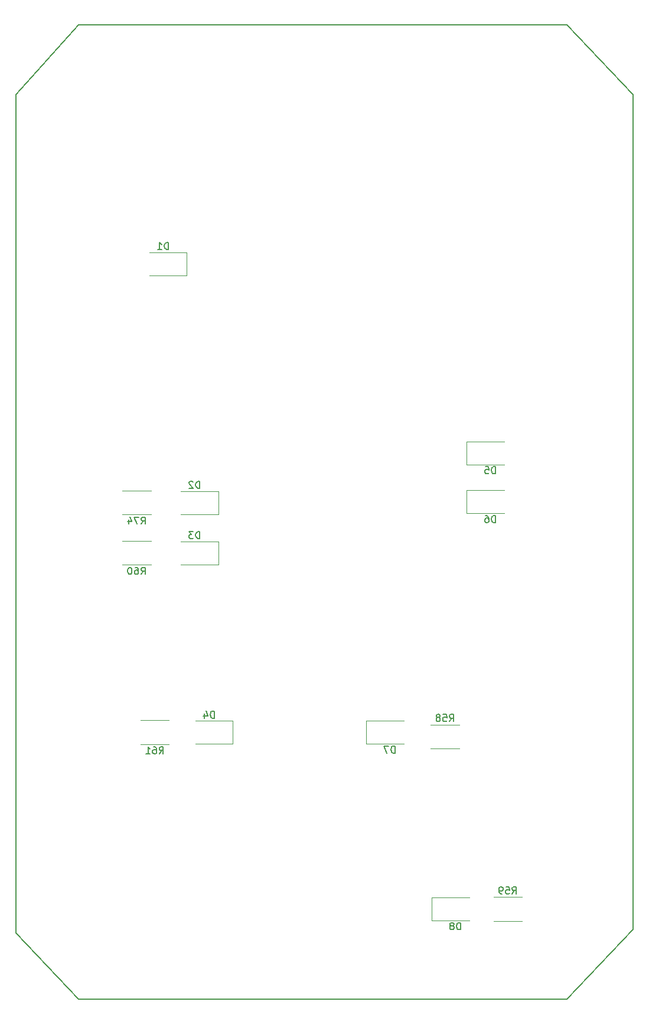
<source format=gbr>
G04 #@! TF.GenerationSoftware,KiCad,Pcbnew,(5.1.0)-1*
G04 #@! TF.CreationDate,2019-05-23T14:19:01+02:00*
G04 #@! TF.ProjectId,relay_card,72656c61-795f-4636-9172-642e6b696361,rev?*
G04 #@! TF.SameCoordinates,Original*
G04 #@! TF.FileFunction,Legend,Bot*
G04 #@! TF.FilePolarity,Positive*
%FSLAX46Y46*%
G04 Gerber Fmt 4.6, Leading zero omitted, Abs format (unit mm)*
G04 Created by KiCad (PCBNEW (5.1.0)-1) date 2019-05-23 14:19:01*
%MOMM*%
%LPD*%
G04 APERTURE LIST*
%ADD10C,0.150000*%
%ADD11C,0.120000*%
G04 APERTURE END LIST*
D10*
X160000000Y-29900000D02*
X169500000Y-39900000D01*
X90000000Y-169400000D02*
X81000000Y-159900000D01*
X160000000Y-169400000D02*
X169500000Y-159400000D01*
X90000000Y-29900000D02*
X81000000Y-39900000D01*
X160000000Y-29900000D02*
X90000000Y-29900000D01*
X169500000Y-159400000D02*
X169500000Y-39900000D01*
X90000000Y-169400000D02*
X160000000Y-169400000D01*
X81000000Y-39900000D02*
X81000000Y-159900000D01*
D11*
X96247936Y-96590000D02*
X100352064Y-96590000D01*
X96247936Y-100010000D02*
X100352064Y-100010000D01*
X98847936Y-129490000D02*
X102952064Y-129490000D01*
X98847936Y-132910000D02*
X102952064Y-132910000D01*
X96247936Y-103790000D02*
X100352064Y-103790000D01*
X96247936Y-107210000D02*
X100352064Y-107210000D01*
X153552064Y-158210000D02*
X149447936Y-158210000D01*
X153552064Y-154790000D02*
X149447936Y-154790000D01*
X144552064Y-133510000D02*
X140447936Y-133510000D01*
X144552064Y-130090000D02*
X140447936Y-130090000D01*
X112100000Y-129550000D02*
X106700000Y-129550000D01*
X112100000Y-132850000D02*
X106700000Y-132850000D01*
X112100000Y-129550000D02*
X112100000Y-132850000D01*
X110000000Y-103850000D02*
X104600000Y-103850000D01*
X110000000Y-107150000D02*
X104600000Y-107150000D01*
X110000000Y-103850000D02*
X110000000Y-107150000D01*
X110000000Y-96650000D02*
X104600000Y-96650000D01*
X110000000Y-99950000D02*
X104600000Y-99950000D01*
X110000000Y-96650000D02*
X110000000Y-99950000D01*
X140600000Y-158150000D02*
X146000000Y-158150000D01*
X140600000Y-154850000D02*
X146000000Y-154850000D01*
X140600000Y-158150000D02*
X140600000Y-154850000D01*
X145600000Y-99850000D02*
X151000000Y-99850000D01*
X145600000Y-96550000D02*
X151000000Y-96550000D01*
X145600000Y-99850000D02*
X145600000Y-96550000D01*
X145600000Y-92850000D02*
X151000000Y-92850000D01*
X145600000Y-89550000D02*
X151000000Y-89550000D01*
X145600000Y-92850000D02*
X145600000Y-89550000D01*
X105500000Y-62450000D02*
X100100000Y-62450000D01*
X105500000Y-65750000D02*
X100100000Y-65750000D01*
X105500000Y-62450000D02*
X105500000Y-65750000D01*
X131200000Y-132850000D02*
X136600000Y-132850000D01*
X131200000Y-129550000D02*
X136600000Y-129550000D01*
X131200000Y-132850000D02*
X131200000Y-129550000D01*
D10*
X98942857Y-101372380D02*
X99276190Y-100896190D01*
X99514285Y-101372380D02*
X99514285Y-100372380D01*
X99133333Y-100372380D01*
X99038095Y-100420000D01*
X98990476Y-100467619D01*
X98942857Y-100562857D01*
X98942857Y-100705714D01*
X98990476Y-100800952D01*
X99038095Y-100848571D01*
X99133333Y-100896190D01*
X99514285Y-100896190D01*
X98609523Y-100372380D02*
X97942857Y-100372380D01*
X98371428Y-101372380D01*
X97133333Y-100705714D02*
X97133333Y-101372380D01*
X97371428Y-100324761D02*
X97609523Y-101039047D01*
X96990476Y-101039047D01*
X101542857Y-134272380D02*
X101876190Y-133796190D01*
X102114285Y-134272380D02*
X102114285Y-133272380D01*
X101733333Y-133272380D01*
X101638095Y-133320000D01*
X101590476Y-133367619D01*
X101542857Y-133462857D01*
X101542857Y-133605714D01*
X101590476Y-133700952D01*
X101638095Y-133748571D01*
X101733333Y-133796190D01*
X102114285Y-133796190D01*
X100685714Y-133272380D02*
X100876190Y-133272380D01*
X100971428Y-133320000D01*
X101019047Y-133367619D01*
X101114285Y-133510476D01*
X101161904Y-133700952D01*
X101161904Y-134081904D01*
X101114285Y-134177142D01*
X101066666Y-134224761D01*
X100971428Y-134272380D01*
X100780952Y-134272380D01*
X100685714Y-134224761D01*
X100638095Y-134177142D01*
X100590476Y-134081904D01*
X100590476Y-133843809D01*
X100638095Y-133748571D01*
X100685714Y-133700952D01*
X100780952Y-133653333D01*
X100971428Y-133653333D01*
X101066666Y-133700952D01*
X101114285Y-133748571D01*
X101161904Y-133843809D01*
X99638095Y-134272380D02*
X100209523Y-134272380D01*
X99923809Y-134272380D02*
X99923809Y-133272380D01*
X100019047Y-133415238D01*
X100114285Y-133510476D01*
X100209523Y-133558095D01*
X98942857Y-108572380D02*
X99276190Y-108096190D01*
X99514285Y-108572380D02*
X99514285Y-107572380D01*
X99133333Y-107572380D01*
X99038095Y-107620000D01*
X98990476Y-107667619D01*
X98942857Y-107762857D01*
X98942857Y-107905714D01*
X98990476Y-108000952D01*
X99038095Y-108048571D01*
X99133333Y-108096190D01*
X99514285Y-108096190D01*
X98085714Y-107572380D02*
X98276190Y-107572380D01*
X98371428Y-107620000D01*
X98419047Y-107667619D01*
X98514285Y-107810476D01*
X98561904Y-108000952D01*
X98561904Y-108381904D01*
X98514285Y-108477142D01*
X98466666Y-108524761D01*
X98371428Y-108572380D01*
X98180952Y-108572380D01*
X98085714Y-108524761D01*
X98038095Y-108477142D01*
X97990476Y-108381904D01*
X97990476Y-108143809D01*
X98038095Y-108048571D01*
X98085714Y-108000952D01*
X98180952Y-107953333D01*
X98371428Y-107953333D01*
X98466666Y-108000952D01*
X98514285Y-108048571D01*
X98561904Y-108143809D01*
X97371428Y-107572380D02*
X97276190Y-107572380D01*
X97180952Y-107620000D01*
X97133333Y-107667619D01*
X97085714Y-107762857D01*
X97038095Y-107953333D01*
X97038095Y-108191428D01*
X97085714Y-108381904D01*
X97133333Y-108477142D01*
X97180952Y-108524761D01*
X97276190Y-108572380D01*
X97371428Y-108572380D01*
X97466666Y-108524761D01*
X97514285Y-108477142D01*
X97561904Y-108381904D01*
X97609523Y-108191428D01*
X97609523Y-107953333D01*
X97561904Y-107762857D01*
X97514285Y-107667619D01*
X97466666Y-107620000D01*
X97371428Y-107572380D01*
X152142857Y-154332380D02*
X152476190Y-153856190D01*
X152714285Y-154332380D02*
X152714285Y-153332380D01*
X152333333Y-153332380D01*
X152238095Y-153380000D01*
X152190476Y-153427619D01*
X152142857Y-153522857D01*
X152142857Y-153665714D01*
X152190476Y-153760952D01*
X152238095Y-153808571D01*
X152333333Y-153856190D01*
X152714285Y-153856190D01*
X151238095Y-153332380D02*
X151714285Y-153332380D01*
X151761904Y-153808571D01*
X151714285Y-153760952D01*
X151619047Y-153713333D01*
X151380952Y-153713333D01*
X151285714Y-153760952D01*
X151238095Y-153808571D01*
X151190476Y-153903809D01*
X151190476Y-154141904D01*
X151238095Y-154237142D01*
X151285714Y-154284761D01*
X151380952Y-154332380D01*
X151619047Y-154332380D01*
X151714285Y-154284761D01*
X151761904Y-154237142D01*
X150714285Y-154332380D02*
X150523809Y-154332380D01*
X150428571Y-154284761D01*
X150380952Y-154237142D01*
X150285714Y-154094285D01*
X150238095Y-153903809D01*
X150238095Y-153522857D01*
X150285714Y-153427619D01*
X150333333Y-153380000D01*
X150428571Y-153332380D01*
X150619047Y-153332380D01*
X150714285Y-153380000D01*
X150761904Y-153427619D01*
X150809523Y-153522857D01*
X150809523Y-153760952D01*
X150761904Y-153856190D01*
X150714285Y-153903809D01*
X150619047Y-153951428D01*
X150428571Y-153951428D01*
X150333333Y-153903809D01*
X150285714Y-153856190D01*
X150238095Y-153760952D01*
X143142857Y-129632380D02*
X143476190Y-129156190D01*
X143714285Y-129632380D02*
X143714285Y-128632380D01*
X143333333Y-128632380D01*
X143238095Y-128680000D01*
X143190476Y-128727619D01*
X143142857Y-128822857D01*
X143142857Y-128965714D01*
X143190476Y-129060952D01*
X143238095Y-129108571D01*
X143333333Y-129156190D01*
X143714285Y-129156190D01*
X142238095Y-128632380D02*
X142714285Y-128632380D01*
X142761904Y-129108571D01*
X142714285Y-129060952D01*
X142619047Y-129013333D01*
X142380952Y-129013333D01*
X142285714Y-129060952D01*
X142238095Y-129108571D01*
X142190476Y-129203809D01*
X142190476Y-129441904D01*
X142238095Y-129537142D01*
X142285714Y-129584761D01*
X142380952Y-129632380D01*
X142619047Y-129632380D01*
X142714285Y-129584761D01*
X142761904Y-129537142D01*
X141619047Y-129060952D02*
X141714285Y-129013333D01*
X141761904Y-128965714D01*
X141809523Y-128870476D01*
X141809523Y-128822857D01*
X141761904Y-128727619D01*
X141714285Y-128680000D01*
X141619047Y-128632380D01*
X141428571Y-128632380D01*
X141333333Y-128680000D01*
X141285714Y-128727619D01*
X141238095Y-128822857D01*
X141238095Y-128870476D01*
X141285714Y-128965714D01*
X141333333Y-129013333D01*
X141428571Y-129060952D01*
X141619047Y-129060952D01*
X141714285Y-129108571D01*
X141761904Y-129156190D01*
X141809523Y-129251428D01*
X141809523Y-129441904D01*
X141761904Y-129537142D01*
X141714285Y-129584761D01*
X141619047Y-129632380D01*
X141428571Y-129632380D01*
X141333333Y-129584761D01*
X141285714Y-129537142D01*
X141238095Y-129441904D01*
X141238095Y-129251428D01*
X141285714Y-129156190D01*
X141333333Y-129108571D01*
X141428571Y-129060952D01*
X109438095Y-129152380D02*
X109438095Y-128152380D01*
X109200000Y-128152380D01*
X109057142Y-128200000D01*
X108961904Y-128295238D01*
X108914285Y-128390476D01*
X108866666Y-128580952D01*
X108866666Y-128723809D01*
X108914285Y-128914285D01*
X108961904Y-129009523D01*
X109057142Y-129104761D01*
X109200000Y-129152380D01*
X109438095Y-129152380D01*
X108009523Y-128485714D02*
X108009523Y-129152380D01*
X108247619Y-128104761D02*
X108485714Y-128819047D01*
X107866666Y-128819047D01*
X107338095Y-103452380D02*
X107338095Y-102452380D01*
X107100000Y-102452380D01*
X106957142Y-102500000D01*
X106861904Y-102595238D01*
X106814285Y-102690476D01*
X106766666Y-102880952D01*
X106766666Y-103023809D01*
X106814285Y-103214285D01*
X106861904Y-103309523D01*
X106957142Y-103404761D01*
X107100000Y-103452380D01*
X107338095Y-103452380D01*
X106433333Y-102452380D02*
X105814285Y-102452380D01*
X106147619Y-102833333D01*
X106004761Y-102833333D01*
X105909523Y-102880952D01*
X105861904Y-102928571D01*
X105814285Y-103023809D01*
X105814285Y-103261904D01*
X105861904Y-103357142D01*
X105909523Y-103404761D01*
X106004761Y-103452380D01*
X106290476Y-103452380D01*
X106385714Y-103404761D01*
X106433333Y-103357142D01*
X107338095Y-96252380D02*
X107338095Y-95252380D01*
X107100000Y-95252380D01*
X106957142Y-95300000D01*
X106861904Y-95395238D01*
X106814285Y-95490476D01*
X106766666Y-95680952D01*
X106766666Y-95823809D01*
X106814285Y-96014285D01*
X106861904Y-96109523D01*
X106957142Y-96204761D01*
X107100000Y-96252380D01*
X107338095Y-96252380D01*
X106385714Y-95347619D02*
X106338095Y-95300000D01*
X106242857Y-95252380D01*
X106004761Y-95252380D01*
X105909523Y-95300000D01*
X105861904Y-95347619D01*
X105814285Y-95442857D01*
X105814285Y-95538095D01*
X105861904Y-95680952D01*
X106433333Y-96252380D01*
X105814285Y-96252380D01*
X144738095Y-159452380D02*
X144738095Y-158452380D01*
X144500000Y-158452380D01*
X144357142Y-158500000D01*
X144261904Y-158595238D01*
X144214285Y-158690476D01*
X144166666Y-158880952D01*
X144166666Y-159023809D01*
X144214285Y-159214285D01*
X144261904Y-159309523D01*
X144357142Y-159404761D01*
X144500000Y-159452380D01*
X144738095Y-159452380D01*
X143595238Y-158880952D02*
X143690476Y-158833333D01*
X143738095Y-158785714D01*
X143785714Y-158690476D01*
X143785714Y-158642857D01*
X143738095Y-158547619D01*
X143690476Y-158500000D01*
X143595238Y-158452380D01*
X143404761Y-158452380D01*
X143309523Y-158500000D01*
X143261904Y-158547619D01*
X143214285Y-158642857D01*
X143214285Y-158690476D01*
X143261904Y-158785714D01*
X143309523Y-158833333D01*
X143404761Y-158880952D01*
X143595238Y-158880952D01*
X143690476Y-158928571D01*
X143738095Y-158976190D01*
X143785714Y-159071428D01*
X143785714Y-159261904D01*
X143738095Y-159357142D01*
X143690476Y-159404761D01*
X143595238Y-159452380D01*
X143404761Y-159452380D01*
X143309523Y-159404761D01*
X143261904Y-159357142D01*
X143214285Y-159261904D01*
X143214285Y-159071428D01*
X143261904Y-158976190D01*
X143309523Y-158928571D01*
X143404761Y-158880952D01*
X149738095Y-101152380D02*
X149738095Y-100152380D01*
X149500000Y-100152380D01*
X149357142Y-100200000D01*
X149261904Y-100295238D01*
X149214285Y-100390476D01*
X149166666Y-100580952D01*
X149166666Y-100723809D01*
X149214285Y-100914285D01*
X149261904Y-101009523D01*
X149357142Y-101104761D01*
X149500000Y-101152380D01*
X149738095Y-101152380D01*
X148309523Y-100152380D02*
X148500000Y-100152380D01*
X148595238Y-100200000D01*
X148642857Y-100247619D01*
X148738095Y-100390476D01*
X148785714Y-100580952D01*
X148785714Y-100961904D01*
X148738095Y-101057142D01*
X148690476Y-101104761D01*
X148595238Y-101152380D01*
X148404761Y-101152380D01*
X148309523Y-101104761D01*
X148261904Y-101057142D01*
X148214285Y-100961904D01*
X148214285Y-100723809D01*
X148261904Y-100628571D01*
X148309523Y-100580952D01*
X148404761Y-100533333D01*
X148595238Y-100533333D01*
X148690476Y-100580952D01*
X148738095Y-100628571D01*
X148785714Y-100723809D01*
X149738095Y-94152380D02*
X149738095Y-93152380D01*
X149500000Y-93152380D01*
X149357142Y-93200000D01*
X149261904Y-93295238D01*
X149214285Y-93390476D01*
X149166666Y-93580952D01*
X149166666Y-93723809D01*
X149214285Y-93914285D01*
X149261904Y-94009523D01*
X149357142Y-94104761D01*
X149500000Y-94152380D01*
X149738095Y-94152380D01*
X148261904Y-93152380D02*
X148738095Y-93152380D01*
X148785714Y-93628571D01*
X148738095Y-93580952D01*
X148642857Y-93533333D01*
X148404761Y-93533333D01*
X148309523Y-93580952D01*
X148261904Y-93628571D01*
X148214285Y-93723809D01*
X148214285Y-93961904D01*
X148261904Y-94057142D01*
X148309523Y-94104761D01*
X148404761Y-94152380D01*
X148642857Y-94152380D01*
X148738095Y-94104761D01*
X148785714Y-94057142D01*
X102838095Y-62052380D02*
X102838095Y-61052380D01*
X102600000Y-61052380D01*
X102457142Y-61100000D01*
X102361904Y-61195238D01*
X102314285Y-61290476D01*
X102266666Y-61480952D01*
X102266666Y-61623809D01*
X102314285Y-61814285D01*
X102361904Y-61909523D01*
X102457142Y-62004761D01*
X102600000Y-62052380D01*
X102838095Y-62052380D01*
X101314285Y-62052380D02*
X101885714Y-62052380D01*
X101600000Y-62052380D02*
X101600000Y-61052380D01*
X101695238Y-61195238D01*
X101790476Y-61290476D01*
X101885714Y-61338095D01*
X135338095Y-134152380D02*
X135338095Y-133152380D01*
X135100000Y-133152380D01*
X134957142Y-133200000D01*
X134861904Y-133295238D01*
X134814285Y-133390476D01*
X134766666Y-133580952D01*
X134766666Y-133723809D01*
X134814285Y-133914285D01*
X134861904Y-134009523D01*
X134957142Y-134104761D01*
X135100000Y-134152380D01*
X135338095Y-134152380D01*
X134433333Y-133152380D02*
X133766666Y-133152380D01*
X134195238Y-134152380D01*
M02*

</source>
